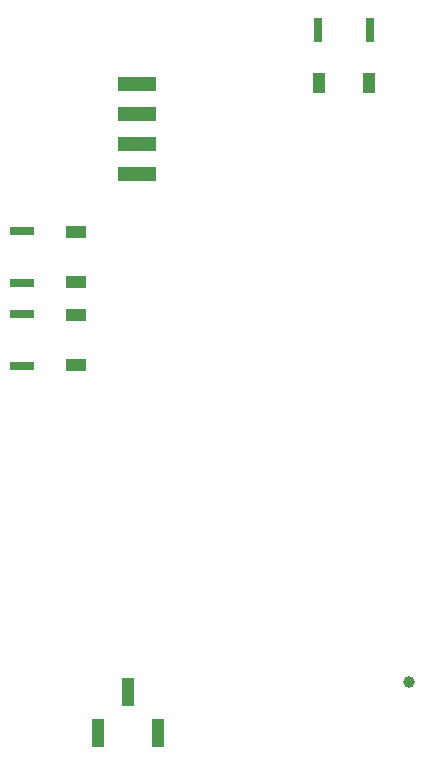
<source format=gbp>
G04 Layer_Color=128*
%FSLAX44Y44*%
%MOMM*%
G71*
G01*
G75*
%ADD14C,1.0000*%
%ADD22R,0.8000X2.0000*%
%ADD23R,1.0000X1.7000*%
%ADD24R,2.0000X0.8000*%
%ADD25R,1.7000X1.0000*%
%ADD26R,3.3000X1.2700*%
%ADD27R,1.0200X2.4100*%
D14*
X350000Y60000D02*
D03*
D22*
X317000Y612750D02*
D03*
X273000D02*
D03*
D23*
X316000Y567250D02*
D03*
X274000D02*
D03*
D24*
X22250Y372000D02*
D03*
Y328000D02*
D03*
Y442000D02*
D03*
Y398000D02*
D03*
D25*
X67750Y371000D02*
D03*
Y329000D02*
D03*
Y441000D02*
D03*
Y399000D02*
D03*
D26*
X120000Y516200D02*
D03*
Y541600D02*
D03*
Y567000D02*
D03*
Y490800D02*
D03*
D27*
X86600Y17550D02*
D03*
X112000Y51850D02*
D03*
X137400Y17550D02*
D03*
M02*

</source>
